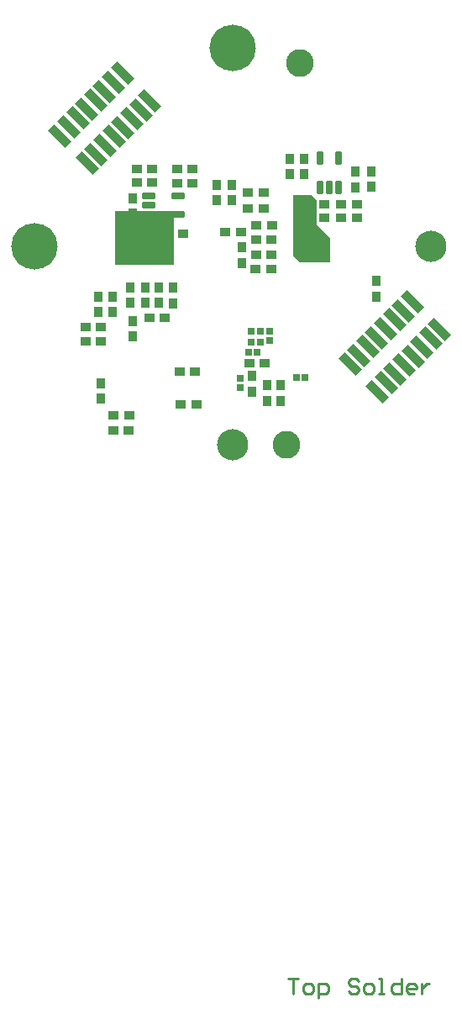
<source format=gts>
G04*
G04 #@! TF.GenerationSoftware,Altium Limited,Altium Designer,19.0.10 (269)*
G04*
G04 Layer_Color=8388736*
%FSLAX25Y25*%
%MOIN*%
G70*
G01*
G75*
%ADD14C,0.01000*%
%ADD24R,0.23400X0.21500*%
%ADD25R,0.03400X0.04400*%
%ADD26R,0.04400X0.03400*%
G04:AMPARAMS|DCode=27|XSize=33.92mil|YSize=98.49mil|CornerRadius=0mil|HoleSize=0mil|Usage=FLASHONLY|Rotation=45.000|XOffset=0mil|YOffset=0mil|HoleType=Round|Shape=Rectangle|*
%AMROTATEDRECTD27*
4,1,4,0.02283,-0.04681,-0.04681,0.02283,-0.02283,0.04681,0.04681,-0.02283,0.02283,-0.04681,0.0*
%
%ADD27ROTATEDRECTD27*%

G04:AMPARAMS|DCode=28|XSize=29.59mil|YSize=51.24mil|CornerRadius=3.92mil|HoleSize=0mil|Usage=FLASHONLY|Rotation=90.000|XOffset=0mil|YOffset=0mil|HoleType=Round|Shape=RoundedRectangle|*
%AMROUNDEDRECTD28*
21,1,0.02959,0.04341,0,0,90.0*
21,1,0.02175,0.05124,0,0,90.0*
1,1,0.00784,0.02170,0.01088*
1,1,0.00784,0.02170,-0.01088*
1,1,0.00784,-0.02170,-0.01088*
1,1,0.00784,-0.02170,0.01088*
%
%ADD28ROUNDEDRECTD28*%
G04:AMPARAMS|DCode=29|XSize=29.59mil|YSize=51.24mil|CornerRadius=3.92mil|HoleSize=0mil|Usage=FLASHONLY|Rotation=180.000|XOffset=0mil|YOffset=0mil|HoleType=Round|Shape=RoundedRectangle|*
%AMROUNDEDRECTD29*
21,1,0.02959,0.04341,0,0,180.0*
21,1,0.02175,0.05124,0,0,180.0*
1,1,0.00784,-0.01088,0.02170*
1,1,0.00784,0.01088,0.02170*
1,1,0.00784,0.01088,-0.02170*
1,1,0.00784,-0.01088,-0.02170*
%
%ADD29ROUNDEDRECTD29*%
%ADD30R,0.02894X0.02794*%
%ADD31R,0.02794X0.02894*%
%ADD32R,0.02894X0.02795*%
%ADD33C,0.11000*%
%ADD34C,0.06400*%
%ADD35C,0.12400*%
%ADD36C,0.18400*%
G36*
X24184Y20400D02*
X24200Y-4000D01*
X26600Y-6400D01*
X38644D01*
Y3156D01*
X35058Y6741D01*
Y7100D01*
X35000D01*
X33400Y8700D01*
X33423Y18156D01*
X31200Y20379D01*
X24184Y20400D01*
D02*
G37*
G36*
X-8700Y63400D02*
D01*
D02*
G37*
D14*
X22100Y-290202D02*
X26099D01*
X24099D01*
Y-296200D01*
X29098D02*
X31097D01*
X32097Y-295200D01*
Y-293201D01*
X31097Y-292201D01*
X29098D01*
X28098Y-293201D01*
Y-295200D01*
X29098Y-296200D01*
X34096Y-298199D02*
Y-292201D01*
X37095D01*
X38095Y-293201D01*
Y-295200D01*
X37095Y-296200D01*
X34096D01*
X50091Y-291202D02*
X49091Y-290202D01*
X47092D01*
X46092Y-291202D01*
Y-292201D01*
X47092Y-293201D01*
X49091D01*
X50091Y-294201D01*
Y-295200D01*
X49091Y-296200D01*
X47092D01*
X46092Y-295200D01*
X53090Y-296200D02*
X55089D01*
X56089Y-295200D01*
Y-293201D01*
X55089Y-292201D01*
X53090D01*
X52090Y-293201D01*
Y-295200D01*
X53090Y-296200D01*
X58088D02*
X60088D01*
X59088D01*
Y-290202D01*
X58088D01*
X67085D02*
Y-296200D01*
X64086D01*
X63087Y-295200D01*
Y-293201D01*
X64086Y-292201D01*
X67085D01*
X72084Y-296200D02*
X70085D01*
X69085Y-295200D01*
Y-293201D01*
X70085Y-292201D01*
X72084D01*
X73084Y-293201D01*
Y-294201D01*
X69085D01*
X75083Y-292201D02*
Y-296200D01*
Y-294201D01*
X76082Y-293201D01*
X77082Y-292201D01*
X78082D01*
D24*
X-34900Y3250D02*
D03*
D25*
X57100Y-19898D02*
D03*
Y-13800D02*
D03*
X55000Y23502D02*
D03*
Y29600D02*
D03*
X22700Y34598D02*
D03*
Y28500D02*
D03*
X-39646Y19064D02*
D03*
Y12867D02*
D03*
X48800Y29553D02*
D03*
Y23454D02*
D03*
X28500Y28553D02*
D03*
Y34651D02*
D03*
X13884Y-61216D02*
D03*
Y-55117D02*
D03*
X18930Y-61244D02*
D03*
Y-55146D02*
D03*
X7886Y-57616D02*
D03*
Y-51517D02*
D03*
X-52254Y-54402D02*
D03*
Y-60500D02*
D03*
X-53202Y-19903D02*
D03*
Y-26002D02*
D03*
X-34702Y-22502D02*
D03*
Y-16403D02*
D03*
X-29202Y-22502D02*
D03*
Y-16305D02*
D03*
X-23700Y-16355D02*
D03*
Y-22552D02*
D03*
X-40467Y-16305D02*
D03*
Y-22502D02*
D03*
X-47602Y-26102D02*
D03*
Y-19905D02*
D03*
X-39702Y-35802D02*
D03*
Y-29605D02*
D03*
X3725Y-350D02*
D03*
Y-6547D02*
D03*
X-6177Y18253D02*
D03*
Y24450D02*
D03*
X-275Y18253D02*
D03*
Y24450D02*
D03*
D26*
X-22025Y30800D02*
D03*
X-15926D02*
D03*
X-37898Y30600D02*
D03*
X-31800D02*
D03*
X-15846Y25053D02*
D03*
X-21944D02*
D03*
X-25844Y5053D02*
D03*
X-19746D02*
D03*
X-37944Y25153D02*
D03*
X-31846D02*
D03*
X30102Y16753D02*
D03*
X36298D02*
D03*
X43202Y11353D02*
D03*
X49300D02*
D03*
X43102Y16753D02*
D03*
X49298D02*
D03*
X30148Y11253D02*
D03*
X36345D02*
D03*
X-47154Y-67100D02*
D03*
X-41055D02*
D03*
X-20452Y-62687D02*
D03*
X-14354D02*
D03*
X-14954Y-49687D02*
D03*
X-21052D02*
D03*
X-47213Y-73127D02*
D03*
X-41115D02*
D03*
X12325Y21351D02*
D03*
X6226D02*
D03*
X9325Y-3349D02*
D03*
X15423D02*
D03*
X-26903Y-28503D02*
D03*
X-33100D02*
D03*
X-58398Y-37803D02*
D03*
X-52202D02*
D03*
X-58400Y-32103D02*
D03*
X-52203D02*
D03*
X12422Y15051D02*
D03*
X6225D02*
D03*
X6586Y-46202D02*
D03*
X12684D02*
D03*
X9426Y8151D02*
D03*
X15623D02*
D03*
X9126Y-9149D02*
D03*
X15323D02*
D03*
X3423Y5651D02*
D03*
X-2774D02*
D03*
X15522Y2551D02*
D03*
X9325D02*
D03*
D27*
X-43754Y68503D02*
D03*
X-47290Y64967D02*
D03*
X-50825Y61432D02*
D03*
X-54361Y57896D02*
D03*
X-32897Y57646D02*
D03*
X-36433Y54110D02*
D03*
X-39968Y50575D02*
D03*
X-43504Y47039D02*
D03*
X-57896Y54361D02*
D03*
X-47039Y43504D02*
D03*
X-61432Y50825D02*
D03*
X-50575Y39968D02*
D03*
X-64967Y47290D02*
D03*
X-54110Y36433D02*
D03*
X-68503Y43754D02*
D03*
X-57646Y32897D02*
D03*
X71346Y-22097D02*
D03*
X67810Y-25633D02*
D03*
X64275Y-29168D02*
D03*
X60739Y-32704D02*
D03*
X82203Y-32954D02*
D03*
X78667Y-36490D02*
D03*
X75132Y-40025D02*
D03*
X71596Y-43561D02*
D03*
X57204Y-36239D02*
D03*
X68061Y-47096D02*
D03*
X53668Y-39775D02*
D03*
X64525Y-50632D02*
D03*
X50133Y-43310D02*
D03*
X60990Y-54167D02*
D03*
X46597Y-46846D02*
D03*
X57454Y-57703D02*
D03*
D28*
X-21539Y20093D02*
D03*
Y12613D02*
D03*
X-33153D02*
D03*
Y16353D02*
D03*
Y20093D02*
D03*
D29*
X34663Y35060D02*
D03*
X42143D02*
D03*
Y23446D02*
D03*
X38403D02*
D03*
X34663D02*
D03*
D30*
X25281Y-51916D02*
D03*
X28887D02*
D03*
X9887Y-41916D02*
D03*
X6281D02*
D03*
D31*
X14580Y-33713D02*
D03*
Y-37319D02*
D03*
X2984Y-56069D02*
D03*
Y-52463D02*
D03*
D32*
X10983Y-33630D02*
D03*
X7377D02*
D03*
X11087Y-37916D02*
D03*
X7481D02*
D03*
D33*
X21400Y-78800D02*
D03*
X26800Y72700D02*
D03*
D34*
X31500Y0D02*
D03*
X-35400D02*
D03*
D35*
X0Y-78700D02*
D03*
X78700Y0D02*
D03*
D36*
X-78700D02*
D03*
X0Y78700D02*
D03*
M02*

</source>
